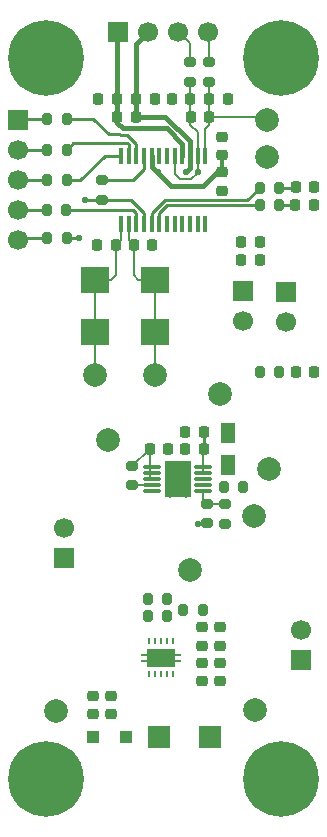
<source format=gbr>
%TF.GenerationSoftware,KiCad,Pcbnew,9.0.7+1*%
%TF.CreationDate,Date%
%TF.ProjectId,Cellule_de_force_V2,43656c6c-756c-4655-9f64-655f666f7263,+ (Unreleased)*%
%TF.SameCoordinates,Original*%
%TF.FileFunction,Copper,L1,Top*%
%TF.FilePolarity,Positive*%
%FSLAX46Y46*%
G04 Gerber Fmt 4.6, Leading zero omitted, Abs format (unit mm)*
G04 Created by KiCad*
%MOMM*%
%LPD*%
G01*
G04 APERTURE LIST*
G04 Aperture macros list*
%AMRoundRect*
0 Rectangle with rounded corners*
0 $1 Rounding radius*
0 $2 $3 $4 $5 $6 $7 $8 $9 X,Y pos of 4 corners*
0 Add a 4 corners polygon primitive as box body*
4,1,4,$2,$3,$4,$5,$6,$7,$8,$9,$2,$3,0*
0 Add four circle primitives for the rounded corners*
1,1,$1+$1,$2,$3*
1,1,$1+$1,$4,$5*
1,1,$1+$1,$6,$7*
1,1,$1+$1,$8,$9*
0 Add four rect primitives between the rounded corners*
20,1,$1+$1,$2,$3,$4,$5,0*
20,1,$1+$1,$4,$5,$6,$7,0*
20,1,$1+$1,$6,$7,$8,$9,0*
20,1,$1+$1,$8,$9,$2,$3,0*%
G04 Aperture macros list end*
%TA.AperFunction,SMDPad,CuDef*%
%ADD10RoundRect,0.225000X0.225000X0.250000X-0.225000X0.250000X-0.225000X-0.250000X0.225000X-0.250000X0*%
%TD*%
%TA.AperFunction,SMDPad,CuDef*%
%ADD11RoundRect,0.218750X0.218750X0.256250X-0.218750X0.256250X-0.218750X-0.256250X0.218750X-0.256250X0*%
%TD*%
%TA.AperFunction,SMDPad,CuDef*%
%ADD12C,2.000000*%
%TD*%
%TA.AperFunction,SMDPad,CuDef*%
%ADD13RoundRect,0.225000X-0.225000X-0.250000X0.225000X-0.250000X0.225000X0.250000X-0.225000X0.250000X0*%
%TD*%
%TA.AperFunction,ComponentPad*%
%ADD14C,0.800000*%
%TD*%
%TA.AperFunction,ComponentPad*%
%ADD15C,6.400000*%
%TD*%
%TA.AperFunction,SMDPad,CuDef*%
%ADD16RoundRect,0.075000X-0.650000X-0.075000X0.650000X-0.075000X0.650000X0.075000X-0.650000X0.075000X0*%
%TD*%
%TA.AperFunction,HeatsinkPad*%
%ADD17C,0.500000*%
%TD*%
%TA.AperFunction,HeatsinkPad*%
%ADD18R,2.200000X3.100000*%
%TD*%
%TA.AperFunction,SMDPad,CuDef*%
%ADD19RoundRect,0.225000X-0.250000X0.225000X-0.250000X-0.225000X0.250000X-0.225000X0.250000X0.225000X0*%
%TD*%
%TA.AperFunction,ComponentPad*%
%ADD20R,1.700000X1.700000*%
%TD*%
%TA.AperFunction,ComponentPad*%
%ADD21C,1.700000*%
%TD*%
%TA.AperFunction,SMDPad,CuDef*%
%ADD22RoundRect,0.200000X-0.200000X-0.275000X0.200000X-0.275000X0.200000X0.275000X-0.200000X0.275000X0*%
%TD*%
%TA.AperFunction,SMDPad,CuDef*%
%ADD23RoundRect,0.225000X0.250000X-0.225000X0.250000X0.225000X-0.250000X0.225000X-0.250000X-0.225000X0*%
%TD*%
%TA.AperFunction,SMDPad,CuDef*%
%ADD24RoundRect,0.200000X0.200000X0.275000X-0.200000X0.275000X-0.200000X-0.275000X0.200000X-0.275000X0*%
%TD*%
%TA.AperFunction,SMDPad,CuDef*%
%ADD25RoundRect,0.200000X-0.275000X0.200000X-0.275000X-0.200000X0.275000X-0.200000X0.275000X0.200000X0*%
%TD*%
%TA.AperFunction,SMDPad,CuDef*%
%ADD26RoundRect,0.250000X-0.300000X-0.300000X0.300000X-0.300000X0.300000X0.300000X-0.300000X0.300000X0*%
%TD*%
%TA.AperFunction,SMDPad,CuDef*%
%ADD27R,2.400000X2.300000*%
%TD*%
%TA.AperFunction,SMDPad,CuDef*%
%ADD28R,1.300000X1.700000*%
%TD*%
%TA.AperFunction,SMDPad,CuDef*%
%ADD29R,0.240000X0.600000*%
%TD*%
%TA.AperFunction,SMDPad,CuDef*%
%ADD30R,2.400000X1.650000*%
%TD*%
%TA.AperFunction,SMDPad,CuDef*%
%ADD31R,0.500000X0.250000*%
%TD*%
%TA.AperFunction,SMDPad,CuDef*%
%ADD32RoundRect,0.200000X0.275000X-0.200000X0.275000X0.200000X-0.275000X0.200000X-0.275000X-0.200000X0*%
%TD*%
%TA.AperFunction,SMDPad,CuDef*%
%ADD33R,1.850000X1.900000*%
%TD*%
%TA.AperFunction,SMDPad,CuDef*%
%ADD34R,0.450000X1.450000*%
%TD*%
%TA.AperFunction,ViaPad*%
%ADD35C,0.550000*%
%TD*%
%TA.AperFunction,Conductor*%
%ADD36C,0.250000*%
%TD*%
%TA.AperFunction,Conductor*%
%ADD37C,0.200000*%
%TD*%
%TA.AperFunction,Conductor*%
%ADD38C,0.400000*%
%TD*%
%TA.AperFunction,Conductor*%
%ADD39C,0.300000*%
%TD*%
G04 APERTURE END LIST*
D10*
%TO.P,C15,1*%
%TO.N,+5VA_OUT*%
X151940000Y-110460000D03*
%TO.P,C15,2*%
%TO.N,GND*%
X150390000Y-110460000D03*
%TD*%
D11*
%TO.P,D2,1,K*%
%TO.N,GND*%
X161275000Y-91300000D03*
%TO.P,D2,2,A*%
%TO.N,Net-(D2-A)*%
X159700000Y-91300000D03*
%TD*%
D12*
%TO.P,TP17,1,1*%
%TO.N,/Project Architecture/LT3042_6V_5VA/SET*%
X157500000Y-113600000D03*
%TD*%
D13*
%TO.P,C16,1*%
%TO.N,+6V_IN*%
X147375000Y-111900000D03*
%TO.P,C16,2*%
%TO.N,GND*%
X148925000Y-111900000D03*
%TD*%
D14*
%TO.P,H4,1,1*%
%TO.N,GND*%
X156100000Y-139900000D03*
X156802944Y-138202944D03*
X156802944Y-141597056D03*
X158500000Y-137500000D03*
D15*
X158500000Y-139900000D03*
D14*
X158500000Y-142300000D03*
X160197056Y-138202944D03*
X160197056Y-141597056D03*
X160900000Y-139900000D03*
%TD*%
D16*
%TO.P,U2,1,IN*%
%TO.N,+6V_IN*%
X147600000Y-113500000D03*
%TO.P,U2,2,IN*%
X147600000Y-114000000D03*
%TO.P,U2,3,EN/UV*%
X147600000Y-114500000D03*
%TO.P,U2,4,PG*%
%TO.N,Net-(U2-PG)*%
X147600000Y-115000000D03*
%TO.P,U2,5,ILIM*%
%TO.N,GND*%
X147600000Y-115500000D03*
%TO.P,U2,6,PGFB*%
%TO.N,/Project Architecture/LT3042_6V_5VA/PGFB*%
X151900000Y-115500000D03*
%TO.P,U2,7,SET*%
%TO.N,/Project Architecture/LT3042_6V_5VA/SET*%
X151900000Y-115000000D03*
%TO.P,U2,8,GND*%
%TO.N,GND*%
X151900000Y-114500000D03*
%TO.P,U2,9,OUTS*%
%TO.N,+5VA_OUT*%
X151900000Y-114000000D03*
%TO.P,U2,10,OUT*%
X151900000Y-113500000D03*
D17*
%TO.P,U2,11,GND*%
%TO.N,GND*%
X149100000Y-113200000D03*
X149100000Y-114500000D03*
X149100000Y-115800000D03*
D18*
X149750000Y-114500000D03*
D17*
X150400000Y-113200000D03*
X150400000Y-114500000D03*
X150400000Y-115800000D03*
%TD*%
D19*
%TO.P,C3,1*%
%TO.N,GND*%
X153500000Y-85525000D03*
%TO.P,C3,2*%
%TO.N,IN-SENSE+*%
X153500000Y-87075000D03*
%TD*%
D20*
%TO.P,J2,1,Pin_1*%
%TO.N,+6V_OUT*%
X140100000Y-121175000D03*
D21*
%TO.P,J2,2,Pin_2*%
%TO.N,+6V_IN*%
X140100000Y-118635000D03*
%TD*%
D10*
%TO.P,C5,1*%
%TO.N,IN-SENSE+*%
X146175000Y-83800000D03*
%TO.P,C5,2*%
%TO.N,IN-SENSE-*%
X144625000Y-83800000D03*
%TD*%
D22*
%TO.P,R10,1*%
%TO.N,Net-(U1-P3)*%
X156662500Y-89800000D03*
%TO.P,R10,2*%
%TO.N,Net-(D1-A)*%
X158312500Y-89800000D03*
%TD*%
D10*
%TO.P,C13,1*%
%TO.N,+5VA_OUT*%
X151940000Y-111970000D03*
%TO.P,C13,2*%
%TO.N,GND*%
X150390000Y-111970000D03*
%TD*%
D20*
%TO.P,J4,1,Pin_1*%
%TO.N,IN-SENSE+*%
X158900000Y-98625000D03*
D21*
%TO.P,J4,2,Pin_2*%
%TO.N,+5VA_OUT*%
X158900000Y-101165000D03*
%TD*%
D23*
%TO.P,C22,1*%
%TO.N,+3.3V_IN*%
X151825000Y-131575000D03*
%TO.P,C22,2*%
%TO.N,GND*%
X151825000Y-130025000D03*
%TD*%
D10*
%TO.P,C9,1*%
%TO.N,IN-SENSE-*%
X144575000Y-82300000D03*
%TO.P,C9,2*%
%TO.N,GND*%
X143025000Y-82300000D03*
%TD*%
D22*
%TO.P,R7,1*%
%TO.N,DOUT*%
X138675000Y-86600000D03*
%TO.P,R7,2*%
%TO.N,Net-(U1-DOUT{slash}~{RDY})*%
X140325000Y-86600000D03*
%TD*%
D23*
%TO.P,C19,1*%
%TO.N,+6V_OUT*%
X144100000Y-134400000D03*
%TO.P,C19,2*%
%TO.N,GND*%
X144100000Y-132850000D03*
%TD*%
D24*
%TO.P,R16,1*%
%TO.N,Net-(D4-A)*%
X158325000Y-105400000D03*
%TO.P,R16,2*%
%TO.N,+5VA_OUT*%
X156675000Y-105400000D03*
%TD*%
D22*
%TO.P,R3,1*%
%TO.N,DIN*%
X138675000Y-89200000D03*
%TO.P,R3,2*%
%TO.N,Net-(U1-DIN)*%
X140325000Y-89200000D03*
%TD*%
D20*
%TO.P,J3,1,Pin_1*%
%TO.N,+3.3V_IN*%
X155300000Y-98600000D03*
D21*
%TO.P,J3,2,Pin_2*%
X155300000Y-101140000D03*
%TD*%
D10*
%TO.P,C7,1*%
%TO.N,GND*%
X147775000Y-82300000D03*
%TO.P,C7,2*%
%TO.N,IN-SENSE+*%
X146225000Y-82300000D03*
%TD*%
D23*
%TO.P,C4,1*%
%TO.N,GND*%
X153500000Y-90075000D03*
%TO.P,C4,2*%
%TO.N,IN-SENSE+*%
X153500000Y-88525000D03*
%TD*%
D19*
%TO.P,C17,1*%
%TO.N,Net-(C17-Pad1)*%
X151825000Y-127050000D03*
%TO.P,C17,2*%
%TO.N,GND*%
X151825000Y-128600000D03*
%TD*%
D13*
%TO.P,C11,1*%
%TO.N,MCLK2*%
X146025000Y-94700000D03*
%TO.P,C11,2*%
%TO.N,GND*%
X147575000Y-94700000D03*
%TD*%
D25*
%TO.P,R1,1*%
%TO.N,IN-OUT+*%
X152400000Y-79175000D03*
%TO.P,R1,2*%
%TO.N,OUT+*%
X152400000Y-80825000D03*
%TD*%
%TO.P,R8,1*%
%TO.N,+3.3V_IN*%
X143300000Y-89175000D03*
%TO.P,R8,2*%
%TO.N,Net-(U1-~{CS})*%
X143300000Y-90825000D03*
%TD*%
D10*
%TO.P,C8,1*%
%TO.N,OUT-*%
X150775000Y-82300000D03*
%TO.P,C8,2*%
%TO.N,GND*%
X149225000Y-82300000D03*
%TD*%
D19*
%TO.P,C18,1*%
%TO.N,Net-(IC2-SS)*%
X153325000Y-127050000D03*
%TO.P,C18,2*%
%TO.N,GND*%
X153325000Y-128600000D03*
%TD*%
D10*
%TO.P,C6,1*%
%TO.N,OUT+*%
X152375000Y-83800000D03*
%TO.P,C6,2*%
%TO.N,OUT-*%
X150825000Y-83800000D03*
%TD*%
D22*
%TO.P,R4,1*%
%TO.N,SYNC*%
X138675000Y-84000000D03*
%TO.P,R4,2*%
%TO.N,Net-(U1-~{SYNC})*%
X140325000Y-84000000D03*
%TD*%
D20*
%TO.P,J1,1,Pin_1*%
%TO.N,+3.3V_IN*%
X160200000Y-129840000D03*
D21*
%TO.P,J1,2,Pin_2*%
%TO.N,GND*%
X160200000Y-127300000D03*
%TD*%
D25*
%TO.P,R14,1*%
%TO.N,+6V_IN*%
X145850000Y-113375000D03*
%TO.P,R14,2*%
%TO.N,Net-(U2-PG)*%
X145850000Y-115025000D03*
%TD*%
D13*
%TO.P,C2,1*%
%TO.N,+3.3V_IN*%
X155125000Y-95900000D03*
%TO.P,C2,2*%
%TO.N,GND*%
X156675000Y-95900000D03*
%TD*%
D26*
%TO.P,D3,1,K*%
%TO.N,+6V_OUT*%
X142525000Y-136300000D03*
%TO.P,D3,2,A*%
%TO.N,Net-(D3-A)*%
X145325000Y-136300000D03*
%TD*%
D23*
%TO.P,C20,1*%
%TO.N,+6V_OUT*%
X142600000Y-134400000D03*
%TO.P,C20,2*%
%TO.N,GND*%
X142600000Y-132850000D03*
%TD*%
D12*
%TO.P,TP15,1,1*%
%TO.N,MCLK2*%
X147800000Y-105700000D03*
%TD*%
D22*
%TO.P,R11,1*%
%TO.N,Net-(U1-P2)*%
X156662500Y-91300000D03*
%TO.P,R11,2*%
%TO.N,Net-(D2-A)*%
X158312500Y-91300000D03*
%TD*%
%TO.P,R6,1*%
%TO.N,CS*%
X138675000Y-94100000D03*
%TO.P,R6,2*%
%TO.N,Net-(U1-~{CS})*%
X140325000Y-94100000D03*
%TD*%
D27*
%TO.P,Y1,1,1*%
%TO.N,MCLK1*%
X142720000Y-102000000D03*
%TO.P,Y1,2,2*%
%TO.N,MCLK2*%
X147800000Y-102000000D03*
%TO.P,Y1,3,3*%
X147800000Y-97600000D03*
%TO.P,Y1,4,4*%
%TO.N,MCLK1*%
X142720000Y-97600000D03*
%TD*%
D12*
%TO.P,TP16,1,1*%
%TO.N,+6V_IN*%
X143800000Y-111170000D03*
%TD*%
D11*
%TO.P,D1,1,K*%
%TO.N,GND*%
X161287500Y-89790000D03*
%TO.P,D1,2,A*%
%TO.N,Net-(D1-A)*%
X159712500Y-89790000D03*
%TD*%
D10*
%TO.P,C10,1*%
%TO.N,GND*%
X153975000Y-82300000D03*
%TO.P,C10,2*%
%TO.N,OUT+*%
X152425000Y-82300000D03*
%TD*%
D12*
%TO.P,TP20,1,1*%
%TO.N,+6V_OUT*%
X139400000Y-134100000D03*
%TD*%
D14*
%TO.P,H3,1,1*%
%TO.N,GND*%
X136200000Y-139900000D03*
X136902944Y-138202944D03*
X136902944Y-141597056D03*
X138600000Y-137500000D03*
D15*
X138600000Y-139900000D03*
D14*
X138600000Y-142300000D03*
X140297056Y-138202944D03*
X140297056Y-141597056D03*
X141000000Y-139900000D03*
%TD*%
D25*
%TO.P,R2,1*%
%TO.N,IN-OUT-*%
X150800000Y-79175000D03*
%TO.P,R2,2*%
%TO.N,OUT-*%
X150800000Y-80825000D03*
%TD*%
D12*
%TO.P,TP14,1,1*%
%TO.N,MCLK1*%
X142700000Y-105700000D03*
%TD*%
D13*
%TO.P,C1,1*%
%TO.N,+3.3V_IN*%
X155125000Y-94400000D03*
%TO.P,C1,2*%
%TO.N,GND*%
X156675000Y-94400000D03*
%TD*%
D24*
%TO.P,R9,1*%
%TO.N,GND*%
X155305000Y-115170000D03*
%TO.P,R9,2*%
%TO.N,/Project Architecture/LT3042_6V_5VA/SET*%
X153655000Y-115170000D03*
%TD*%
D12*
%TO.P,TP19,1,1*%
%TO.N,/Project Architecture/TPS61086_3.3V_to_6V/FB*%
X150800000Y-122200000D03*
%TD*%
%TO.P,TP8,1,1*%
%TO.N,+5VA_OUT*%
X153300000Y-107300000D03*
%TD*%
D22*
%TO.P,R5,1*%
%TO.N,SCLK*%
X138650000Y-91700000D03*
%TO.P,R5,2*%
%TO.N,Net-(U1-SCLK)*%
X140300000Y-91700000D03*
%TD*%
D24*
%TO.P,R17,1*%
%TO.N,/Project Architecture/TPS61086_3.3V_to_6V/FB*%
X148850000Y-124600000D03*
%TO.P,R17,2*%
%TO.N,+6V_OUT*%
X147200000Y-124600000D03*
%TD*%
D28*
%TO.P,C14,1,+*%
%TO.N,/Project Architecture/LT3042_6V_5VA/SET*%
X153990000Y-113320000D03*
%TO.P,C14,2,-*%
%TO.N,GND*%
X153990000Y-110620000D03*
%TD*%
D12*
%TO.P,TP3,1,1*%
%TO.N,OUT+*%
X157300000Y-84100000D03*
%TD*%
D11*
%TO.P,D4,1,K*%
%TO.N,GND*%
X161287500Y-105400000D03*
%TO.P,D4,2,A*%
%TO.N,Net-(D4-A)*%
X159712500Y-105400000D03*
%TD*%
D20*
%TO.P,J5,1,Pin_1*%
%TO.N,IN-SENSE-*%
X144720000Y-76600000D03*
D21*
%TO.P,J5,2,Pin_2*%
%TO.N,IN-SENSE+*%
X147260000Y-76600000D03*
%TO.P,J5,3,Pin_3*%
%TO.N,IN-OUT-*%
X149800000Y-76600000D03*
%TO.P,J5,4,Pin_4*%
%TO.N,IN-OUT+*%
X152340000Y-76600000D03*
%TD*%
D12*
%TO.P,TP18,1,1*%
%TO.N,/Project Architecture/LT3042_6V_5VA/PGFB*%
X156200000Y-117600000D03*
%TD*%
D20*
%TO.P,J6,1,Pin_1*%
%TO.N,SYNC*%
X136200000Y-84040000D03*
D21*
%TO.P,J6,2,Pin_2*%
%TO.N,DOUT*%
X136200000Y-86580000D03*
%TO.P,J6,3,Pin_3*%
%TO.N,DIN*%
X136200000Y-89120000D03*
%TO.P,J6,4,Pin_4*%
%TO.N,SCLK*%
X136200000Y-91660000D03*
%TO.P,J6,5,Pin_5*%
%TO.N,CS*%
X136200000Y-94200000D03*
%TD*%
D12*
%TO.P,TP6,1,1*%
%TO.N,+3.3V_IN*%
X156300000Y-134000000D03*
%TD*%
D22*
%TO.P,R15,1*%
%TO.N,GND*%
X147200000Y-126100000D03*
%TO.P,R15,2*%
%TO.N,/Project Architecture/TPS61086_3.3V_to_6V/FB*%
X148850000Y-126100000D03*
%TD*%
D29*
%TO.P,IC2,1,COMP*%
%TO.N,Net-(IC2-COMP)*%
X149325000Y-128200000D03*
%TO.P,IC2,2,FB*%
%TO.N,/Project Architecture/TPS61086_3.3V_to_6V/FB*%
X148825000Y-128200000D03*
%TO.P,IC2,3,EN*%
%TO.N,+3.3V_IN*%
X148325000Y-128200000D03*
%TO.P,IC2,4,AGND*%
%TO.N,GND*%
X147825000Y-128200000D03*
%TO.P,IC2,5,PGND*%
X147325000Y-128200000D03*
%TO.P,IC2,6,SW_1*%
%TO.N,Net-(D3-A)*%
X147325000Y-131000000D03*
%TO.P,IC2,7,SW_2*%
X147825000Y-131000000D03*
%TO.P,IC2,8,IN*%
%TO.N,+3.3V_IN*%
X148325000Y-131000000D03*
%TO.P,IC2,9,MODE*%
%TO.N,GND*%
X148825000Y-131000000D03*
%TO.P,IC2,10,SS*%
%TO.N,Net-(IC2-SS)*%
X149325000Y-131000000D03*
D30*
%TO.P,IC2,11,EP*%
%TO.N,GND*%
X148325000Y-129600000D03*
D31*
%TO.P,IC2,12,EP_2*%
X146875000Y-129350000D03*
%TO.P,IC2,13,EP_3*%
X146875000Y-129850000D03*
%TO.P,IC2,14,EP_4*%
X149775000Y-129850000D03*
%TO.P,IC2,15,EP_5*%
X149775000Y-129350000D03*
%TD*%
D23*
%TO.P,C21,1*%
%TO.N,+3.3V_IN*%
X153325000Y-131575000D03*
%TO.P,C21,2*%
%TO.N,GND*%
X153325000Y-130025000D03*
%TD*%
D32*
%TO.P,R13,1*%
%TO.N,GND*%
X153750000Y-118250000D03*
%TO.P,R13,2*%
%TO.N,/Project Architecture/LT3042_6V_5VA/PGFB*%
X153750000Y-116600000D03*
%TD*%
D14*
%TO.P,H1,1,1*%
%TO.N,GND*%
X156100000Y-78800000D03*
X156802944Y-77102944D03*
X156802944Y-80497056D03*
X158500000Y-76400000D03*
D15*
X158500000Y-78800000D03*
D14*
X158500000Y-81200000D03*
X160197056Y-77102944D03*
X160197056Y-80497056D03*
X160900000Y-78800000D03*
%TD*%
D24*
%TO.P,R18,1*%
%TO.N,Net-(C17-Pad1)*%
X151850000Y-125600000D03*
%TO.P,R18,2*%
%TO.N,Net-(IC2-COMP)*%
X150200000Y-125600000D03*
%TD*%
D33*
%TO.P,L1,1,1*%
%TO.N,+3.3V_IN*%
X152475000Y-136300000D03*
%TO.P,L1,2,2*%
%TO.N,Net-(D3-A)*%
X148125000Y-136300000D03*
%TD*%
D34*
%TO.P,U1,1,MCLK1*%
%TO.N,MCLK1*%
X144925000Y-92900000D03*
%TO.P,U1,2,MCLK2*%
%TO.N,MCLK2*%
X145575000Y-92900000D03*
%TO.P,U1,3,SCLK*%
%TO.N,Net-(U1-SCLK)*%
X146225000Y-92900000D03*
%TO.P,U1,4,~{CS}*%
%TO.N,Net-(U1-~{CS})*%
X146875000Y-92900000D03*
%TO.P,U1,5,P3*%
%TO.N,Net-(U1-P3)*%
X147525000Y-92900000D03*
%TO.P,U1,6,P2*%
%TO.N,Net-(U1-P2)*%
X148175000Y-92900000D03*
%TO.P,U1,7,P1/REFIN2(+)*%
%TO.N,unconnected-(U1-P1{slash}REFIN2(+)-Pad7)*%
X148825000Y-92900000D03*
%TO.P,U1,8,P0/REFIN2(-)*%
%TO.N,unconnected-(U1-P0{slash}REFIN2(-)-Pad8)*%
X149475000Y-92900000D03*
%TO.P,U1,9*%
%TO.N,N/C*%
X150125000Y-92900000D03*
%TO.P,U1,10,AINCOM*%
%TO.N,unconnected-(U1-AINCOM-Pad10)*%
X150775000Y-92900000D03*
%TO.P,U1,11,AIN1*%
%TO.N,unconnected-(U1-AIN1-Pad11)*%
X151425000Y-92900000D03*
%TO.P,U1,12,AIN2*%
%TO.N,unconnected-(U1-AIN2-Pad12)*%
X152075000Y-92900000D03*
%TO.P,U1,13,AIN3*%
%TO.N,OUT+*%
X152075000Y-87100000D03*
%TO.P,U1,14,AIN4*%
%TO.N,OUT-*%
X151425000Y-87100000D03*
%TO.P,U1,15,REFIN1(+)*%
%TO.N,IN-SENSE+*%
X150775000Y-87100000D03*
%TO.P,U1,16,REFIN1(-)*%
%TO.N,IN-SENSE-*%
X150125000Y-87100000D03*
%TO.P,U1,17,BPDSW*%
%TO.N,OUT-*%
X149475000Y-87100000D03*
%TO.P,U1,18,AGND*%
%TO.N,GND*%
X148825000Y-87100000D03*
%TO.P,U1,19,DGND*%
X148175000Y-87100000D03*
%TO.P,U1,20,AVDD*%
%TO.N,IN-SENSE+*%
X147525000Y-87100000D03*
%TO.P,U1,21,DVDD*%
%TO.N,+3.3V_IN*%
X146875000Y-87100000D03*
%TO.P,U1,22,~{SYNC}*%
%TO.N,Net-(U1-~{SYNC})*%
X146225000Y-87100000D03*
%TO.P,U1,23,DOUT/~{RDY}*%
%TO.N,Net-(U1-DOUT{slash}~{RDY})*%
X145575000Y-87100000D03*
%TO.P,U1,24,DIN*%
%TO.N,Net-(U1-DIN)*%
X144925000Y-87100000D03*
%TD*%
D12*
%TO.P,TP4,1,1*%
%TO.N,OUT-*%
X157300000Y-87200000D03*
%TD*%
D14*
%TO.P,H2,1,1*%
%TO.N,GND*%
X136200000Y-78800000D03*
X136902944Y-77102944D03*
X136902944Y-80497056D03*
X138600000Y-76400000D03*
D15*
X138600000Y-78800000D03*
D14*
X138600000Y-81200000D03*
X140297056Y-77102944D03*
X140297056Y-80497056D03*
X141000000Y-78800000D03*
%TD*%
D25*
%TO.P,R12,1*%
%TO.N,/Project Architecture/LT3042_6V_5VA/PGFB*%
X152250000Y-116575000D03*
%TO.P,R12,2*%
%TO.N,+5VA_OUT*%
X152250000Y-118225000D03*
%TD*%
D10*
%TO.P,C12,1*%
%TO.N,MCLK1*%
X144475000Y-94700000D03*
%TO.P,C12,2*%
%TO.N,GND*%
X142925000Y-94700000D03*
%TD*%
D35*
%TO.N,IN-SENSE+*%
X148100000Y-88500000D03*
X150400000Y-88500000D03*
%TO.N,OUT-*%
X151425000Y-88500000D03*
X157300000Y-87200000D03*
%TO.N,+5VA_OUT*%
X151450000Y-118250000D03*
X151900000Y-112100000D03*
%TO.N,Net-(U1-~{CS})*%
X141925000Y-90825000D03*
X141400000Y-94100000D03*
%TD*%
D36*
%TO.N,+3.3V_IN*%
X145925000Y-89175000D02*
X146875000Y-88225000D01*
X143300000Y-89175000D02*
X145925000Y-89175000D01*
X146875000Y-88225000D02*
X146875000Y-87100000D01*
D37*
%TO.N,GND*%
X142720000Y-94715000D02*
X142735000Y-94700000D01*
D38*
%TO.N,IN-SENSE+*%
X146175000Y-83800000D02*
X146175000Y-82350000D01*
X151900000Y-89700000D02*
X153075000Y-88525000D01*
X146225000Y-77635000D02*
X147260000Y-76600000D01*
X149200000Y-89700000D02*
X151900000Y-89700000D01*
X148100000Y-88600000D02*
X149200000Y-89700000D01*
X150400000Y-88500000D02*
X150775000Y-88125000D01*
X150775000Y-85875000D02*
X148700000Y-83800000D01*
X146175000Y-82350000D02*
X146225000Y-82300000D01*
X153075000Y-88525000D02*
X153500000Y-88525000D01*
X146225000Y-82300000D02*
X146225000Y-77635000D01*
X148000000Y-88500000D02*
X147525000Y-88025000D01*
X148100000Y-88500000D02*
X148000000Y-88500000D01*
X148100000Y-88500000D02*
X148100000Y-88600000D01*
X150775000Y-88125000D02*
X150775000Y-87100000D01*
X150775000Y-87100000D02*
X150775000Y-85875000D01*
X147525000Y-88025000D02*
X147525000Y-87100000D01*
D39*
X153500000Y-87075000D02*
X153500000Y-88525000D01*
D38*
X148700000Y-83800000D02*
X146175000Y-83800000D01*
%TO.N,IN-SENSE-*%
X144575000Y-82300000D02*
X144575000Y-76745000D01*
X150125000Y-87100000D02*
X150125000Y-86125000D01*
X148800000Y-84800000D02*
X145100000Y-84800000D01*
X150125000Y-86125000D02*
X148800000Y-84800000D01*
X144625000Y-82350000D02*
X144575000Y-82300000D01*
X145100000Y-84800000D02*
X144625000Y-84325000D01*
X144575000Y-76745000D02*
X144720000Y-76600000D01*
X144625000Y-84325000D02*
X144625000Y-83800000D01*
X144625000Y-83800000D02*
X144625000Y-82350000D01*
D37*
%TO.N,OUT-*%
X150800000Y-84500000D02*
X150800000Y-83825000D01*
X149475000Y-87100000D02*
X149475000Y-88675000D01*
X151425000Y-88575000D02*
X151425000Y-88500000D01*
X150800000Y-80825000D02*
X150800000Y-83775000D01*
X151425000Y-88500000D02*
X151425000Y-87100000D01*
X150900000Y-89100000D02*
X151425000Y-88575000D01*
X151425000Y-85125000D02*
X150800000Y-84500000D01*
X149900000Y-89100000D02*
X150900000Y-89100000D01*
X151425000Y-87100000D02*
X151425000Y-85125000D01*
X150800000Y-83825000D02*
X150825000Y-83800000D01*
X150800000Y-83775000D02*
X150825000Y-83800000D01*
X149475000Y-88675000D02*
X149900000Y-89100000D01*
%TO.N,OUT+*%
X152400000Y-83825000D02*
X152400000Y-84500000D01*
X152400000Y-84500000D02*
X152075000Y-84825000D01*
X152375000Y-81525000D02*
X152375000Y-83800000D01*
X152400000Y-81500000D02*
X152375000Y-81525000D01*
X152375000Y-83800000D02*
X152400000Y-83825000D01*
X152375000Y-83800000D02*
X157000000Y-83800000D01*
X157000000Y-83800000D02*
X157300000Y-84100000D01*
X152075000Y-84825000D02*
X152075000Y-87100000D01*
X152400000Y-80825000D02*
X152400000Y-81500000D01*
%TO.N,MCLK2*%
X147800000Y-97600000D02*
X147800000Y-102000000D01*
X146400000Y-97600000D02*
X147800000Y-97600000D01*
X145575000Y-94250000D02*
X146025000Y-94700000D01*
X146025000Y-94700000D02*
X146025000Y-97225000D01*
X145575000Y-92900000D02*
X145575000Y-94250000D01*
X146025000Y-97225000D02*
X146400000Y-97600000D01*
X147800000Y-102000000D02*
X147800000Y-105700000D01*
%TO.N,MCLK1*%
X142720000Y-102180000D02*
X142700000Y-102200000D01*
X144100000Y-97600000D02*
X142720000Y-97600000D01*
X144500000Y-97200000D02*
X144100000Y-97600000D01*
X142720000Y-97600000D02*
X142720000Y-102000000D01*
X144925000Y-92900000D02*
X144925000Y-94250000D01*
X142700000Y-102200000D02*
X142700000Y-105700000D01*
X142720000Y-102000000D02*
X142720000Y-102180000D01*
X144475000Y-97175000D02*
X144500000Y-97200000D01*
X144925000Y-94250000D02*
X144475000Y-94700000D01*
X144475000Y-94700000D02*
X144475000Y-97175000D01*
%TO.N,+5VA_OUT*%
X151900000Y-113500000D02*
X151900000Y-112100000D01*
X152225000Y-118250000D02*
X152250000Y-118225000D01*
D36*
X151940000Y-110460000D02*
X151940000Y-111970000D01*
D37*
X151900000Y-114000000D02*
X151900000Y-113500000D01*
X151450000Y-118250000D02*
X152225000Y-118250000D01*
X151900000Y-112100000D02*
X151900000Y-112050000D01*
%TO.N,+6V_IN*%
X147600000Y-114500000D02*
X147375000Y-114275000D01*
X147375000Y-114275000D02*
X147375000Y-111900000D01*
X145850000Y-113375000D02*
X145900000Y-113375000D01*
X145900000Y-113375000D02*
X147375000Y-111900000D01*
D36*
%TO.N,Net-(D1-A)*%
X158312500Y-89800000D02*
X159702500Y-89800000D01*
X159702500Y-89800000D02*
X159712500Y-89790000D01*
%TO.N,Net-(D2-A)*%
X158162500Y-91300000D02*
X159562500Y-91300000D01*
%TO.N,CS*%
X138675000Y-94100000D02*
X136300000Y-94100000D01*
X136300000Y-94100000D02*
X136200000Y-94200000D01*
%TO.N,SCLK*%
X136240000Y-91700000D02*
X136200000Y-91660000D01*
X138650000Y-91700000D02*
X136240000Y-91700000D01*
%TO.N,DIN*%
X136280000Y-89200000D02*
X136200000Y-89120000D01*
X138675000Y-89200000D02*
X136280000Y-89200000D01*
%TO.N,SYNC*%
X136240000Y-84000000D02*
X136200000Y-84040000D01*
X138675000Y-84000000D02*
X136240000Y-84000000D01*
%TO.N,DOUT*%
X136220000Y-86600000D02*
X136200000Y-86580000D01*
X138675000Y-86600000D02*
X136220000Y-86600000D01*
D37*
%TO.N,IN-OUT+*%
X152400000Y-79175000D02*
X152400000Y-76660000D01*
D36*
X152400000Y-76800000D02*
X152500000Y-76700000D01*
X152400000Y-76660000D02*
X152340000Y-76600000D01*
D37*
%TO.N,IN-OUT-*%
X150800000Y-79175000D02*
X150800000Y-77600000D01*
X150800000Y-77600000D02*
X149800000Y-76600000D01*
D36*
%TO.N,Net-(U1-DIN)*%
X144925000Y-87100000D02*
X143600000Y-87100000D01*
X141500000Y-89200000D02*
X140325000Y-89200000D01*
X143600000Y-87100000D02*
X141500000Y-89200000D01*
%TO.N,Net-(U1-~{SYNC})*%
X144882124Y-85326000D02*
X144856124Y-85300000D01*
X142600000Y-84000000D02*
X140325000Y-84000000D01*
X146225000Y-86125000D02*
X145426000Y-85326000D01*
X146225000Y-87100000D02*
X146225000Y-86125000D01*
X145426000Y-85326000D02*
X144882124Y-85326000D01*
X144856124Y-85300000D02*
X143900000Y-85300000D01*
X143900000Y-85300000D02*
X142600000Y-84000000D01*
%TO.N,Net-(U1-SCLK)*%
X145977000Y-91700000D02*
X140300000Y-91700000D01*
X146225000Y-92900000D02*
X146225000Y-91948000D01*
X146225000Y-91948000D02*
X145977000Y-91700000D01*
%TO.N,Net-(U1-~{CS})*%
X141400000Y-94100000D02*
X140325000Y-94100000D01*
X146875000Y-91925000D02*
X145775000Y-90825000D01*
X146875000Y-92900000D02*
X146875000Y-91925000D01*
X145775000Y-90825000D02*
X143300000Y-90825000D01*
X143300000Y-90825000D02*
X141925000Y-90825000D01*
%TO.N,Net-(U1-DOUT{slash}~{RDY})*%
X140876000Y-86049000D02*
X140325000Y-86600000D01*
X145575000Y-87100000D02*
X145575000Y-86148000D01*
X145575000Y-86148000D02*
X145476000Y-86049000D01*
X145476000Y-86049000D02*
X140876000Y-86049000D01*
%TO.N,Net-(U1-P3)*%
X148485190Y-91000000D02*
X148636190Y-90849000D01*
X147525000Y-91948000D02*
X148473000Y-91000000D01*
X148636190Y-90849000D02*
X155613500Y-90849000D01*
X147525000Y-92900000D02*
X147525000Y-91948000D01*
X155613500Y-90849000D02*
X156662500Y-89800000D01*
X148473000Y-91000000D02*
X148485190Y-91000000D01*
%TO.N,Net-(U1-P2)*%
X156662500Y-91300000D02*
X148823000Y-91300000D01*
X148175000Y-91948000D02*
X148175000Y-92900000D01*
X148823000Y-91300000D02*
X148175000Y-91948000D01*
D37*
%TO.N,/Project Architecture/LT3042_6V_5VA/PGFB*%
X151900000Y-116225000D02*
X152250000Y-116575000D01*
X151900000Y-115500000D02*
X151900000Y-116225000D01*
X153750000Y-116600000D02*
X152275000Y-116600000D01*
X152275000Y-116600000D02*
X152250000Y-116575000D01*
%TO.N,Net-(U2-PG)*%
X147600000Y-115000000D02*
X145875000Y-115000000D01*
X145875000Y-115000000D02*
X145850000Y-115025000D01*
%TD*%
M02*

</source>
